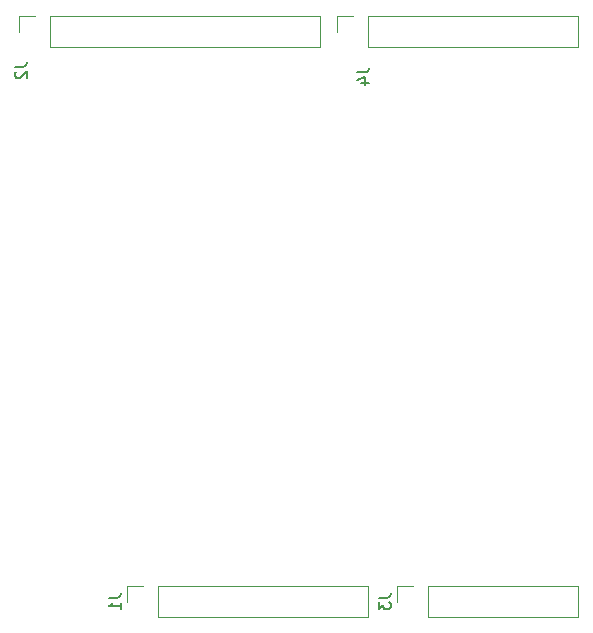
<source format=gbr>
%TF.GenerationSoftware,KiCad,Pcbnew,8.0.1*%
%TF.CreationDate,2024-05-26T21:08:22+02:00*%
%TF.ProjectId,RadarPCB,52616461-7250-4434-922e-6b696361645f,R1.3*%
%TF.SameCoordinates,Original*%
%TF.FileFunction,Legend,Bot*%
%TF.FilePolarity,Positive*%
%FSLAX46Y46*%
G04 Gerber Fmt 4.6, Leading zero omitted, Abs format (unit mm)*
G04 Created by KiCad (PCBNEW 8.0.1) date 2024-05-26 21:08:22*
%MOMM*%
%LPD*%
G01*
G04 APERTURE LIST*
%ADD10C,0.150000*%
%ADD11C,0.120000*%
G04 APERTURE END LIST*
D10*
X125064819Y-97126666D02*
X125779104Y-97126666D01*
X125779104Y-97126666D02*
X125921961Y-97079047D01*
X125921961Y-97079047D02*
X126017200Y-96983809D01*
X126017200Y-96983809D02*
X126064819Y-96840952D01*
X126064819Y-96840952D02*
X126064819Y-96745714D01*
X126064819Y-98126666D02*
X126064819Y-97555238D01*
X126064819Y-97840952D02*
X125064819Y-97840952D01*
X125064819Y-97840952D02*
X125207676Y-97745714D01*
X125207676Y-97745714D02*
X125302914Y-97650476D01*
X125302914Y-97650476D02*
X125350533Y-97555238D01*
X147924819Y-97126666D02*
X148639104Y-97126666D01*
X148639104Y-97126666D02*
X148781961Y-97079047D01*
X148781961Y-97079047D02*
X148877200Y-96983809D01*
X148877200Y-96983809D02*
X148924819Y-96840952D01*
X148924819Y-96840952D02*
X148924819Y-96745714D01*
X147924819Y-97507619D02*
X147924819Y-98126666D01*
X147924819Y-98126666D02*
X148305771Y-97793333D01*
X148305771Y-97793333D02*
X148305771Y-97936190D01*
X148305771Y-97936190D02*
X148353390Y-98031428D01*
X148353390Y-98031428D02*
X148401009Y-98079047D01*
X148401009Y-98079047D02*
X148496247Y-98126666D01*
X148496247Y-98126666D02*
X148734342Y-98126666D01*
X148734342Y-98126666D02*
X148829580Y-98079047D01*
X148829580Y-98079047D02*
X148877200Y-98031428D01*
X148877200Y-98031428D02*
X148924819Y-97936190D01*
X148924819Y-97936190D02*
X148924819Y-97650476D01*
X148924819Y-97650476D02*
X148877200Y-97555238D01*
X148877200Y-97555238D02*
X148829580Y-97507619D01*
X117124819Y-52176666D02*
X117839104Y-52176666D01*
X117839104Y-52176666D02*
X117981961Y-52129047D01*
X117981961Y-52129047D02*
X118077200Y-52033809D01*
X118077200Y-52033809D02*
X118124819Y-51890952D01*
X118124819Y-51890952D02*
X118124819Y-51795714D01*
X117220057Y-52605238D02*
X117172438Y-52652857D01*
X117172438Y-52652857D02*
X117124819Y-52748095D01*
X117124819Y-52748095D02*
X117124819Y-52986190D01*
X117124819Y-52986190D02*
X117172438Y-53081428D01*
X117172438Y-53081428D02*
X117220057Y-53129047D01*
X117220057Y-53129047D02*
X117315295Y-53176666D01*
X117315295Y-53176666D02*
X117410533Y-53176666D01*
X117410533Y-53176666D02*
X117553390Y-53129047D01*
X117553390Y-53129047D02*
X118124819Y-52557619D01*
X118124819Y-52557619D02*
X118124819Y-53176666D01*
X146084819Y-52656666D02*
X146799104Y-52656666D01*
X146799104Y-52656666D02*
X146941961Y-52609047D01*
X146941961Y-52609047D02*
X147037200Y-52513809D01*
X147037200Y-52513809D02*
X147084819Y-52370952D01*
X147084819Y-52370952D02*
X147084819Y-52275714D01*
X146418152Y-53561428D02*
X147084819Y-53561428D01*
X146037200Y-53323333D02*
X146751485Y-53085238D01*
X146751485Y-53085238D02*
X146751485Y-53704285D01*
D11*
%TO.C,J1*%
X126610000Y-96130000D02*
X127940000Y-96130000D01*
X126610000Y-97460000D02*
X126610000Y-96130000D01*
X129210000Y-98790000D02*
X129210000Y-96130000D01*
X147050000Y-96130000D02*
X129210000Y-96130000D01*
X147050000Y-98790000D02*
X129210000Y-98790000D01*
X147050000Y-98790000D02*
X147050000Y-96130000D01*
%TO.C,J3*%
X149470000Y-96130000D02*
X150800000Y-96130000D01*
X149470000Y-97460000D02*
X149470000Y-96130000D01*
X152070000Y-98790000D02*
X152070000Y-96130000D01*
X164830000Y-96130000D02*
X152070000Y-96130000D01*
X164830000Y-98790000D02*
X152070000Y-98790000D01*
X164830000Y-98790000D02*
X164830000Y-96130000D01*
%TO.C,J2*%
X117466000Y-47870000D02*
X118796000Y-47870000D01*
X117466000Y-49200000D02*
X117466000Y-47870000D01*
X120066000Y-50530000D02*
X120066000Y-47870000D01*
X142986000Y-47870000D02*
X120066000Y-47870000D01*
X142986000Y-50530000D02*
X120066000Y-50530000D01*
X142986000Y-50530000D02*
X142986000Y-47870000D01*
%TO.C,J4*%
X144390000Y-47870000D02*
X145720000Y-47870000D01*
X144390000Y-49200000D02*
X144390000Y-47870000D01*
X146990000Y-50530000D02*
X146990000Y-47870000D01*
X164830000Y-47870000D02*
X146990000Y-47870000D01*
X164830000Y-50530000D02*
X146990000Y-50530000D01*
X164830000Y-50530000D02*
X164830000Y-47870000D01*
%TD*%
M02*

</source>
